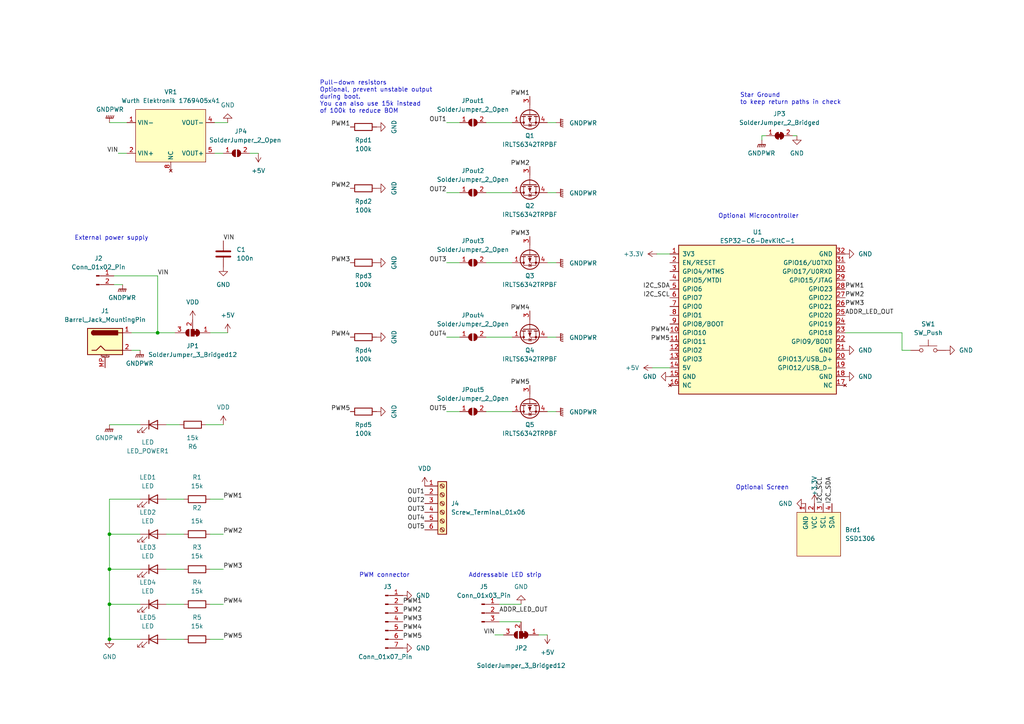
<source format=kicad_sch>
(kicad_sch (version 20230121) (generator eeschema)
  (paper "A4")
  (lib_symbols
    (symbol "Connector:Barrel_Jack_MountingPin" (pin_names hide)
      (property "Reference" "J" (at 0 5.334 0))
      (property "Value" "Barrel_Jack_MountingPin" (at 1.27 -6.35 0))
      (symbol "Barrel_Jack_MountingPin_0_1"
        (rectangle (start -5.08 3.81) (end 5.08 -3.81) (stroke (width 0.254)) (fill (type background)))
        (arc (start -3.302 3.175) (mid -3.9343 2.54) (end -3.302 1.905) (stroke (width 0.254)))
        (arc (start -3.302 3.175) (mid -3.9343 2.54) (end -3.302 1.905) (stroke (width 0.254)) (fill (type outline)))
        (polyline (pts (xy 5.08 2.54) (xy 3.81 2.54)) (stroke (width 0.254)))
        (polyline (pts (xy -3.81 -2.54) (xy -2.54 -2.54) (xy -1.27 -1.27) (xy 0 -2.54) (xy 2.54 -2.54) (xy 5.08 -2.54)) (stroke (width 0.254)))
        (rectangle (start 3.683 3.175) (end -3.302 1.905) (stroke (width 0.254)) (fill (type outline)))
      )
      (symbol "Barrel_Jack_MountingPin_1_1"
        (polyline (pts (xy -1.016 -4.572) (xy 1.016 -4.572)) (stroke (width 0.1524)))
        (text "Mounting" (at 0 -4.191 0) (effects (font (size 0.381 0.381))))
        (pin passive line (at 7.62 2.54 180) (length 2.54) (name "~") (number "1"))
        (pin passive line (at 7.62 -2.54 180) (length 2.54) (name "~") (number "2"))
        (pin passive line (at 0 -7.62 90) (length 3.048) (name "MountPin") (number "MP"))
      )
    )
    (symbol "Connector:Conn_01x02_Pin" (pin_names (offset 1.016) hide)
      (property "Reference" "J" (at 0 2.54 0))
      (property "Value" "Conn_01x02_Pin" (at 0 -5.08 0))
      (symbol "Conn_01x02_Pin_1_1"
        (polyline (pts (xy 1.27 -2.54) (xy 0.8636 -2.54)) (stroke (width 0.1524)))
        (polyline (pts (xy 1.27 0) (xy 0.8636 0)) (stroke (width 0.1524)))
        (rectangle (start 0.8636 -2.413) (end 0 -2.667) (stroke (width 0.1524)) (fill (type outline)))
        (rectangle (start 0.8636 0.127) (end 0 -0.127) (stroke (width 0.1524)) (fill (type outline)))
        (pin passive line (at 5.08 0 180) (length 3.81) (name "Pin_1") (number "1"))
        (pin passive line (at 5.08 -2.54 180) (length 3.81) (name "Pin_2") (number "2"))
      )
    )
    (symbol "Connector:Conn_01x03_Pin" (pin_names (offset 1.016) hide)
      (property "Reference" "J" (at 0 5.08 0))
      (property "Value" "Conn_01x03_Pin" (at 0 -5.08 0))
      (symbol "Conn_01x03_Pin_1_1"
        (polyline (pts (xy 1.27 -2.54) (xy 0.8636 -2.54)) (stroke (width 0.1524)))
        (polyline (pts (xy 1.27 0) (xy 0.8636 0)) (stroke (width 0.1524)))
        (polyline (pts (xy 1.27 2.54) (xy 0.8636 2.54)) (stroke (width 0.1524)))
        (rectangle (start 0.8636 -2.413) (end 0 -2.667) (stroke (width 0.1524)) (fill (type outline)))
        (rectangle (start 0.8636 0.127) (end 0 -0.127) (stroke (width 0.1524)) (fill (type outline)))
        (rectangle (start 0.8636 2.667) (end 0 2.413) (stroke (width 0.1524)) (fill (type outline)))
        (pin passive line (at 5.08 2.54 180) (length 3.81) (name "Pin_1") (number "1"))
        (pin passive line (at 5.08 0 180) (length 3.81) (name "Pin_2") (number "2"))
        (pin passive line (at 5.08 -2.54 180) (length 3.81) (name "Pin_3") (number "3"))
      )
    )
    (symbol "Connector:Conn_01x07_Pin" (pin_names (offset 1.016) hide)
      (property "Reference" "J" (at 0 10.16 0))
      (property "Value" "Conn_01x07_Pin" (at 0 -10.16 0))
      (symbol "Conn_01x07_Pin_1_1"
        (polyline (pts (xy 1.27 -7.62) (xy 0.8636 -7.62)) (stroke (width 0.1524)))
        (polyline (pts (xy 1.27 -5.08) (xy 0.8636 -5.08)) (stroke (width 0.1524)))
        (polyline (pts (xy 1.27 -2.54) (xy 0.8636 -2.54)) (stroke (width 0.1524)))
        (polyline (pts (xy 1.27 0) (xy 0.8636 0)) (stroke (width 0.1524)))
        (polyline (pts (xy 1.27 2.54) (xy 0.8636 2.54)) (stroke (width 0.1524)))
        (polyline (pts (xy 1.27 5.08) (xy 0.8636 5.08)) (stroke (width 0.1524)))
        (polyline (pts (xy 1.27 7.62) (xy 0.8636 7.62)) (stroke (width 0.1524)))
        (rectangle (start 0.8636 -7.493) (end 0 -7.747) (stroke (width 0.1524)) (fill (type outline)))
        (rectangle (start 0.8636 -4.953) (end 0 -5.207) (stroke (width 0.1524)) (fill (type outline)))
        (rectangle (start 0.8636 -2.413) (end 0 -2.667) (stroke (width 0.1524)) (fill (type outline)))
        (rectangle (start 0.8636 0.127) (end 0 -0.127) (stroke (width 0.1524)) (fill (type outline)))
        (rectangle (start 0.8636 2.667) (end 0 2.413) (stroke (width 0.1524)) (fill (type outline)))
        (rectangle (start 0.8636 5.207) (end 0 4.953) (stroke (width 0.1524)) (fill (type outline)))
        (rectangle (start 0.8636 7.747) (end 0 7.493) (stroke (width 0.1524)) (fill (type outline)))
        (pin passive line (at 5.08 7.62 180) (length 3.81) (name "Pin_1") (number "1"))
        (pin passive line (at 5.08 5.08 180) (length 3.81) (name "Pin_2") (number "2"))
        (pin passive line (at 5.08 2.54 180) (length 3.81) (name "Pin_3") (number "3"))
        (pin passive line (at 5.08 0 180) (length 3.81) (name "Pin_4") (number "4"))
        (pin passive line (at 5.08 -2.54 180) (length 3.81) (name "Pin_5") (number "5"))
        (pin passive line (at 5.08 -5.08 180) (length 3.81) (name "Pin_6") (number "6"))
        (pin passive line (at 5.08 -7.62 180) (length 3.81) (name "Pin_7") (number "7"))
      )
    )
    (symbol "Connector:Screw_Terminal_01x06" (pin_names (offset 1.016) hide)
      (property "Reference" "J" (at 0 7.62 0))
      (property "Value" "Screw_Terminal_01x06" (at 0 -10.16 0))
      (symbol "Screw_Terminal_01x06_1_1"
        (rectangle (start -1.27 6.35) (end 1.27 -8.89) (stroke (width 0.254)) (fill (type background)))
        (circle (center 0 -7.62) (radius 0.635) (stroke (width 0.1524)))
        (circle (center 0 -5.08) (radius 0.635) (stroke (width 0.1524)))
        (circle (center 0 -2.54) (radius 0.635) (stroke (width 0.1524)))
        (polyline (pts (xy -0.5334 -7.2898) (xy 0.3302 -8.128)) (stroke (width 0.1524)))
        (polyline (pts (xy -0.5334 -4.7498) (xy 0.3302 -5.588)) (stroke (width 0.1524)))
        (polyline (pts (xy -0.5334 -2.2098) (xy 0.3302 -3.048)) (stroke (width 0.1524)))
        (polyline (pts (xy -0.5334 0.3302) (xy 0.3302 -0.508)) (stroke (width 0.1524)))
        (polyline (pts (xy -0.5334 2.8702) (xy 0.3302 2.032)) (stroke (width 0.1524)))
        (polyline (pts (xy -0.5334 5.4102) (xy 0.3302 4.572)) (stroke (width 0.1524)))
        (polyline (pts (xy -0.3556 -7.112) (xy 0.508 -7.9502)) (stroke (width 0.1524)))
        (polyline (pts (xy -0.3556 -4.572) (xy 0.508 -5.4102)) (stroke (width 0.1524)))
        (polyline (pts (xy -0.3556 -2.032) (xy 0.508 -2.8702)) (stroke (width 0.1524)))
        (polyline (pts (xy -0.3556 0.508) (xy 0.508 -0.3302)) (stroke (width 0.1524)))
        (polyline (pts (xy -0.3556 3.048) (xy 0.508 2.2098)) (stroke (width 0.1524)))
        (polyline (pts (xy -0.3556 5.588) (xy 0.508 4.7498)) (stroke (width 0.1524)))
        (circle (center 0 0) (radius 0.635) (stroke (width 0.1524)))
        (circle (center 0 2.54) (radius 0.635) (stroke (width 0.1524)))
        (circle (center 0 5.08) (radius 0.635) (stroke (width 0.1524)))
        (pin passive line (at -5.08 5.08 0) (length 3.81) (name "Pin_1") (number "1"))
        (pin passive line (at -5.08 2.54 0) (length 3.81) (name "Pin_2") (number "2"))
        (pin passive line (at -5.08 0 0) (length 3.81) (name "Pin_3") (number "3"))
        (pin passive line (at -5.08 -2.54 0) (length 3.81) (name "Pin_4") (number "4"))
        (pin passive line (at -5.08 -5.08 0) (length 3.81) (name "Pin_5") (number "5"))
        (pin passive line (at -5.08 -7.62 0) (length 3.81) (name "Pin_6") (number "6"))
      )
    )
    (symbol "Device:C" (pin_numbers hide) (pin_names (offset 0.254))
      (property "Reference" "C" (at 0.635 2.54 0))
      (property "Value" "C" (at 0.635 -2.54 0))
      (symbol "C_0_1"
        (polyline (pts (xy -2.032 -0.762) (xy 2.032 -0.762)) (stroke (width 0.508)))
        (polyline (pts (xy -2.032 0.762) (xy 2.032 0.762)) (stroke (width 0.508)))
      )
      (symbol "C_1_1"
        (pin passive line (at 0 3.81 270) (length 2.794) (name "~") (number "1"))
        (pin passive line (at 0 -3.81 90) (length 2.794) (name "~") (number "2"))
      )
    )
    (symbol "Device:LED" (pin_numbers hide) (pin_names (offset 1.016) hide)
      (property "Reference" "D" (at 0 2.54 0))
      (property "Value" "LED" (at 0 -2.54 0))
      (symbol "LED_0_1"
        (polyline (pts (xy -1.27 -1.27) (xy -1.27 1.27)) (stroke (width 0.254)))
        (polyline (pts (xy -1.27 0) (xy 1.27 0)))
        (polyline (pts (xy 1.27 -1.27) (xy 1.27 1.27) (xy -1.27 0) (xy 1.27 -1.27)) (stroke (width 0.254)))
        (polyline (pts (xy -3.048 -0.762) (xy -4.572 -2.286) (xy -3.81 -2.286) (xy -4.572 -2.286) (xy -4.572 -1.524)))
        (polyline (pts (xy -1.778 -0.762) (xy -3.302 -2.286) (xy -2.54 -2.286) (xy -3.302 -2.286) (xy -3.302 -1.524)))
      )
      (symbol "LED_1_1"
        (pin passive line (at -3.81 0 0) (length 2.54) (name "K") (number "1"))
        (pin passive line (at 3.81 0 180) (length 2.54) (name "A") (number "2"))
      )
    )
    (symbol "Device:R" (pin_numbers hide) (pin_names (offset 0))
      (property "Reference" "R" (at 2.032 0 90))
      (property "Value" "R" (at 0 0 90))
      (symbol "R_0_1"
        (rectangle (start -1.016 -2.54) (end 1.016 2.54) (stroke (width 0.254)))
      )
      (symbol "R_1_1"
        (pin passive line (at 0 3.81 270) (length 1.27) (name "~") (number "1"))
        (pin passive line (at 0 -3.81 90) (length 1.27) (name "~") (number "2"))
      )
    )
    (symbol "Espressif:ESP32-C6-DevKitC-1" (pin_names (offset 1.016))
      (property "Reference" "U" (at -22.86 25.4 0))
      (property "Value" "ESP32-C6-DevKitC-1" (at -22.86 22.86 0))
      (symbol "ESP32-C6-DevKitC-1_0_1"
        (rectangle (start -22.86 20.32) (end 22.86 -22.86) (stroke (width 0.254)) (fill (type background)))
      )
      (symbol "ESP32-C6-DevKitC-1_1_0"
        (pin power_in line (at -25.4 -15.24 0) (length 2.54) (name "5V") (number "14"))
        (pin input line (at -25.4 15.24 0) (length 2.54) (name "EN/RESET") (number "2"))
      )
      (symbol "ESP32-C6-DevKitC-1_1_1"
        (pin power_in line (at -25.4 17.78 0) (length 2.54) (name "3V3") (number "1"))
        (pin bidirectional line (at -25.4 -5.08 0) (length 2.54) (name "GPIO10") (number "10"))
        (pin bidirectional line (at -25.4 -7.62 0) (length 2.54) (name "GPIO11") (number "11"))
        (pin bidirectional line (at -25.4 -10.16 0) (length 2.54) (name "GPIO2") (number "12"))
        (pin bidirectional line (at -25.4 -12.7 0) (length 2.54) (name "GPIO3") (number "13"))
        (pin power_in line (at -25.4 -17.78 0) (length 2.54) (name "GND") (number "15"))
        (pin no_connect line (at -25.4 -20.32 0) (length 2.54) (name "NC") (number "16"))
        (pin no_connect line (at 25.4 -20.32 180) (length 2.54) (name "NC") (number "17"))
        (pin power_in line (at 25.4 -17.78 180) (length 2.54) (name "GND") (number "18"))
        (pin bidirectional line (at 25.4 -15.24 180) (length 2.54) (name "GPIO12/USB_D-") (number "19"))
        (pin bidirectional line (at 25.4 -12.7 180) (length 2.54) (name "GPIO13/USB_D+") (number "20"))
        (pin power_in line (at 25.4 -10.16 180) (length 2.54) (name "GND") (number "21"))
        (pin bidirectional line (at 25.4 -7.62 180) (length 2.54) (name "GPIO9/BOOT") (number "22"))
        (pin bidirectional line (at 25.4 -5.08 180) (length 2.54) (name "GPIO18") (number "23"))
        (pin bidirectional line (at 25.4 -2.54 180) (length 2.54) (name "GPIO19") (number "24"))
        (pin bidirectional line (at 25.4 0 180) (length 2.54) (name "GPIO20") (number "25"))
        (pin bidirectional line (at 25.4 2.54 180) (length 2.54) (name "GPIO21") (number "26"))
        (pin bidirectional line (at 25.4 5.08 180) (length 2.54) (name "GPIO22") (number "27"))
        (pin bidirectional line (at 25.4 7.62 180) (length 2.54) (name "GPIO23") (number "28"))
        (pin bidirectional line (at 25.4 10.16 180) (length 2.54) (name "GPIO15/JTAG") (number "29"))
        (pin bidirectional line (at -25.4 12.7 0) (length 2.54) (name "GPIO4/MTMS") (number "3"))
        (pin bidirectional line (at 25.4 12.7 180) (length 2.54) (name "GPIO17/U0RXD") (number "30"))
        (pin bidirectional line (at 25.4 15.24 180) (length 2.54) (name "GPIO16/U0TXD") (number "31"))
        (pin power_in line (at 25.4 17.78 180) (length 2.54) (name "GND") (number "32"))
        (pin bidirectional line (at -25.4 10.16 0) (length 2.54) (name "GPIO5/MTDI") (number "4"))
        (pin bidirectional line (at -25.4 7.62 0) (length 2.54) (name "GPIO6") (number "5"))
        (pin bidirectional line (at -25.4 5.08 0) (length 2.54) (name "GPIO7") (number "6"))
        (pin bidirectional line (at -25.4 2.54 0) (length 2.54) (name "GPIO0") (number "7"))
        (pin bidirectional line (at -25.4 0 0) (length 2.54) (name "GPIO1") (number "8"))
        (pin bidirectional line (at -25.4 -2.54 0) (length 2.54) (name "GPIO8/BOOT") (number "9"))
      )
    )
    (symbol "Jumper:SolderJumper_2_Bridged" (pin_names (offset 0) hide)
      (property "Reference" "JP" (at 0 2.032 0))
      (property "Value" "SolderJumper_2_Bridged" (at 0 -2.54 0))
      (symbol "SolderJumper_2_Bridged_0_1"
        (rectangle (start -0.508 0.508) (end 0.508 -0.508) (fill (type outline)))
        (arc (start -0.254 1.016) (mid -1.2656 0) (end -0.254 -1.016))
        (arc (start -0.254 1.016) (mid -1.2656 0) (end -0.254 -1.016) (fill (type outline)))
        (polyline (pts (xy -0.254 1.016) (xy -0.254 -1.016)))
        (polyline (pts (xy 0.254 1.016) (xy 0.254 -1.016)))
        (arc (start 0.254 -1.016) (mid 1.2656 0) (end 0.254 1.016))
        (arc (start 0.254 -1.016) (mid 1.2656 0) (end 0.254 1.016) (fill (type outline)))
      )
      (symbol "SolderJumper_2_Bridged_1_1"
        (pin passive line (at -3.81 0 0) (length 2.54) (name "A") (number "1"))
        (pin passive line (at 3.81 0 180) (length 2.54) (name "B") (number "2"))
      )
    )
    (symbol "Jumper:SolderJumper_2_Open" (pin_names (offset 0) hide)
      (property "Reference" "JP" (at 0 2.032 0))
      (property "Value" "SolderJumper_2_Open" (at 0 -2.54 0))
      (symbol "SolderJumper_2_Open_0_1"
        (arc (start -0.254 1.016) (mid -1.2656 0) (end -0.254 -1.016))
        (arc (start -0.254 1.016) (mid -1.2656 0) (end -0.254 -1.016) (fill (type outline)))
        (polyline (pts (xy -0.254 1.016) (xy -0.254 -1.016)))
        (polyline (pts (xy 0.254 1.016) (xy 0.254 -1.016)))
        (arc (start 0.254 -1.016) (mid 1.2656 0) (end 0.254 1.016))
        (arc (start 0.254 -1.016) (mid 1.2656 0) (end 0.254 1.016) (fill (type outline)))
      )
      (symbol "SolderJumper_2_Open_1_1"
        (pin passive line (at -3.81 0 0) (length 2.54) (name "A") (number "1"))
        (pin passive line (at 3.81 0 180) (length 2.54) (name "B") (number "2"))
      )
    )
    (symbol "Jumper:SolderJumper_3_Bridged12" (pin_names (offset 0) hide)
      (property "Reference" "JP" (at -2.54 -2.54 0))
      (property "Value" "SolderJumper_3_Bridged12" (at 0 2.794 0))
      (symbol "SolderJumper_3_Bridged12_0_1"
        (rectangle (start -1.016 0.508) (end -0.508 -0.508) (fill (type outline)))
        (arc (start -1.016 1.016) (mid -2.0276 0) (end -1.016 -1.016))
        (arc (start -1.016 1.016) (mid -2.0276 0) (end -1.016 -1.016) (fill (type outline)))
        (rectangle (start -0.508 1.016) (end 0.508 -1.016) (fill (type outline)))
        (polyline (pts (xy -2.54 0) (xy -2.032 0)))
        (polyline (pts (xy -1.016 1.016) (xy -1.016 -1.016)))
        (polyline (pts (xy 0 -1.27) (xy 0 -1.016)))
        (polyline (pts (xy 1.016 1.016) (xy 1.016 -1.016)))
        (polyline (pts (xy 2.54 0) (xy 2.032 0)))
        (arc (start 1.016 -1.016) (mid 2.0276 0) (end 1.016 1.016))
        (arc (start 1.016 -1.016) (mid 2.0276 0) (end 1.016 1.016) (fill (type outline)))
      )
      (symbol "SolderJumper_3_Bridged12_1_1"
        (pin passive line (at -5.08 0 0) (length 2.54) (name "A") (number "1"))
        (pin passive line (at 0 -3.81 90) (length 2.54) (name "C") (number "2"))
        (pin passive line (at 5.08 0 180) (length 2.54) (name "B") (number "3"))
      )
    )
    (symbol "SSD1306-128x64_OLED:SSD1306" (pin_names (offset 1.016))
      (property "Reference" "Brd" (at 0 -3.81 0))
      (property "Value" "SSD1306" (at 0 -1.27 0))
      (symbol "SSD1306_0_1"
        (rectangle (start -6.35 6.35) (end 6.35 -6.35) (fill (type background)))
      )
      (symbol "SSD1306_1_1"
        (pin input line (at -3.81 8.89 270) (length 2.54) (name "GND") (number "1"))
        (pin input line (at -1.27 8.89 270) (length 2.54) (name "VCC") (number "2"))
        (pin input line (at 1.27 8.89 270) (length 2.54) (name "SCL") (number "3"))
        (pin input line (at 3.81 8.89 270) (length 2.54) (name "SDA") (number "4"))
      )
    )
    (symbol "Switch:SW_Push" (pin_numbers hide) (pin_names (offset 1.016) hide)
      (property "Reference" "SW" (at 1.27 2.54 0))
      (property "Value" "SW_Push" (at 0 -1.524 0))
      (symbol "SW_Push_0_1"
        (circle (center -2.032 0) (radius 0.508))
        (polyline (pts (xy 0 1.27) (xy 0 3.048)))
        (polyline (pts (xy 2.54 1.27) (xy -2.54 1.27)))
        (circle (center 2.032 0) (radius 0.508))
        (pin passive line (at -5.08 0 0) (length 2.54) (name "1") (number "1"))
        (pin passive line (at 5.08 0 180) (length 2.54) (name "2") (number "2"))
      )
    )
    (symbol "controller_library:IRLTS6342TRPBF" (pin_names hide)
      (property "Reference" "Q" (at 5.08 1.905 0))
      (property "Value" "IRLTS6342TRPBF" (at 5.08 0 0))
      (symbol "IRLTS6342TRPBF_0_1"
        (polyline (pts (xy 0.254 0) (xy -2.54 0)))
        (polyline (pts (xy 0.254 1.905) (xy 0.254 -1.905)) (stroke (width 0.254)))
        (polyline (pts (xy 0.762 -1.27) (xy 0.762 -2.286)) (stroke (width 0.254)))
        (polyline (pts (xy 0.762 0.508) (xy 0.762 -0.508)) (stroke (width 0.254)))
        (polyline (pts (xy 0.762 2.286) (xy 0.762 1.27)) (stroke (width 0.254)))
        (polyline (pts (xy 2.54 2.54) (xy 2.54 1.778)))
        (polyline (pts (xy 2.54 -2.54) (xy 2.54 0) (xy 0.762 0)))
        (polyline (pts (xy 0.762 1.778) (xy 3.302 1.778) (xy 3.302 -1.778) (xy 0.762 -1.778)))
        (polyline (pts (xy 2.286 0) (xy 1.27 0.381) (xy 1.27 -0.381) (xy 2.286 0)) (fill (type outline)))
        (polyline (pts (xy 2.794 -0.508) (xy 2.921 -0.381) (xy 3.683 -0.381) (xy 3.81 -0.254)))
        (polyline (pts (xy 3.302 -0.381) (xy 2.921 0.254) (xy 3.683 0.254) (xy 3.302 -0.381)))
        (circle (center 1.651 0) (radius 2.794) (stroke (width 0.254)))
        (circle (center 2.54 -1.778) (radius 0.254) (fill (type outline)))
        (circle (center 2.54 1.778) (radius 0.254) (fill (type outline)))
      )
      (symbol "IRLTS6342TRPBF_1_1"
        (pin passive line (at 2.54 5.08 270) (length 2.54) (name "D") (number "1"))
        (pin passive line (at 2.54 5.08 270) (length 2.54) hide (name "D") (number "2"))
        (pin input line (at -5.08 0 0) (length 2.54) (name "G") (number "3"))
        (pin passive line (at 2.54 -5.08 90) (length 2.54) (name "S") (number "4"))
        (pin passive line (at 2.54 5.08 270) (length 2.54) hide (name "D") (number "5"))
        (pin passive line (at 2.54 5.08 270) (length 2.54) hide (name "D") (number "6"))
      )
    )
    (symbol "controller_library:Wurth_Elektronik_1769405241"
      (property "Reference" "VR" (at 0 11.43 0))
      (property "Value" "Wurth Elektronik 1769405x41" (at 0 8.89 0))
      (symbol "Wurth_Elektronik_1769405241_1_0"
        (pin power_in line (at -12.7 3.81 0) (length 2.54) (name "VIN-") (number "1"))
        (pin power_in line (at -12.7 -5.08 0) (length 2.54) (name "VIN+") (number "2"))
        (pin power_out line (at 12.7 3.81 180) (length 2.54) (name "VOUT-") (number "4"))
        (pin power_out line (at 12.7 -5.08 180) (length 2.54) (name "VOUT+") (number "5"))
        (pin no_connect line (at 0 -10.16 90) (length 2.54) (name "NC") (number "8"))
      )
      (symbol "Wurth_Elektronik_1769405241_1_1"
        (rectangle (start -10.16 7.62) (end 10.16 -7.62) (fill (type background)))
      )
    )
    (symbol "power:+3.3V" (power) (pin_names (offset 0))
      (property "Value" "+3.3V" (at 0 3.556 0))
      (symbol "+3.3V_0_1"
        (polyline (pts (xy -0.762 1.27) (xy 0 2.54)))
        (polyline (pts (xy 0 0) (xy 0 2.54)))
        (polyline (pts (xy 0 2.54) (xy 0.762 1.27)))
      )
      (symbol "+3.3V_1_1"
        (pin power_in line (at 0 0 90) (length 0) hide (name "+3.3V") (number "1"))
      )
    )
    (symbol "power:+5V" (power) (pin_names (offset 0))
      (property "Value" "+5V" (at 0 3.556 0))
      (symbol "+5V_0_1"
        (polyline (pts (xy -0.762 1.27) (xy 0 2.54)))
        (polyline (pts (xy 0 0) (xy 0 2.54)))
        (polyline (pts (xy 0 2.54) (xy 0.762 1.27)))
      )
      (symbol "+5V_1_1"
        (pin power_in line (at 0 0 90) (length 0) hide (name "+5V") (number "1"))
      )
    )
    (symbol "power:GND" (power) (pin_names (offset 0))
      (property "Value" "GND" (at 0 -3.81 0))
      (symbol "GND_0_1"
        (polyline (pts (xy 0 0) (xy 0 -1.27) (xy 1.27 -1.27) (xy 0 -2.54) (xy -1.27 -1.27) (xy 0 -1.27)))
      )
      (symbol "GND_1_1"
        (pin power_in line (at 0 0 270) (length 0) hide (name "GND") (number "1"))
      )
    )
    (symbol "power:GNDPWR" (power) (pin_names (offset 0))
      (property "Value" "GNDPWR" (at 0 -3.302 0))
      (symbol "GNDPWR_0_1"
        (polyline (pts (xy 0 -1.27) (xy 0 0)))
        (polyline (pts (xy -1.016 -1.27) (xy -1.27 -2.032) (xy -1.27 -2.032)) (stroke (width 0.2032)))
        (polyline (pts (xy -0.508 -1.27) (xy -0.762 -2.032) (xy -0.762 -2.032)) (stroke (width 0.2032)))
        (polyline (pts (xy 0 -1.27) (xy -0.254 -2.032) (xy -0.254 -2.032)) (stroke (width 0.2032)))
        (polyline (pts (xy 0.508 -1.27) (xy 0.254 -2.032) (xy 0.254 -2.032)) (stroke (width 0.2032)))
        (polyline (pts (xy 1.016 -1.27) (xy -1.016 -1.27) (xy -1.016 -1.27)) (stroke (width 0.2032)))
        (polyline (pts (xy 1.016 -1.27) (xy 0.762 -2.032) (xy 0.762 -2.032) (xy 0.762 -2.032)) (stroke (width 0.2032)))
      )
      (symbol "GNDPWR_1_1"
        (pin power_in line (at 0 0 270) (length 0) hide (name "GNDPWR") (number "1"))
      )
    )
    (symbol "power:VDD" (power) (pin_names (offset 0))
      (property "Value" "VDD" (at 0 3.81 0))
      (symbol "VDD_0_1"
        (polyline (pts (xy -0.762 1.27) (xy 0 2.54)))
        (polyline (pts (xy 0 0) (xy 0 2.54)))
        (polyline (pts (xy 0 2.54) (xy 0.762 1.27)))
      )
      (symbol "VDD_1_1"
        (pin power_in line (at 0 0 90) (length 0) hide (name "VDD") (number "1"))
      )
    )
  )
  (junction (at 31.75 175.26))
  (junction (at 31.75 154.94))
  (junction (at 45.72 96.52))
  (junction (at 31.75 185.42))
  (junction (at 31.75 165.1))
  (wire (pts (xy 33.02 82.55) (xy 35.56 82.55)))
  (wire (pts (xy 40.64 123.19) (xy 31.75 123.19)))
  (wire (pts (xy 140.97 97.79) (xy 148.59 97.79)))
  (wire (pts (xy 140.97 55.88) (xy 148.59 55.88)))
  (wire (pts (xy 40.64 165.1) (xy 31.75 165.1)))
  (wire (pts (xy 220.98 40.64) (xy 220.98 39.37)))
  (wire (pts (xy 161.29 97.79) (xy 158.75 97.79)))
  (wire (pts (xy 62.23 44.45) (xy 64.77 44.45)))
  (wire (pts (xy 129.54 119.38) (xy 133.35 119.38)))
  (wire (pts (xy 161.29 119.38) (xy 158.75 119.38)))
  (wire (pts (xy 48.26 165.1) (xy 53.34 165.1)))
  (wire (pts (xy 261.62 96.52) (xy 245.11 96.52)))
  (wire (pts (xy 31.75 175.26) (xy 31.75 185.42)))
  (wire (pts (xy 143.51 184.15) (xy 146.05 184.15)))
  (wire (pts (xy 60.96 144.78) (xy 64.77 144.78)))
  (wire (pts (xy 31.75 185.42) (xy 40.64 185.42)))
  (wire (pts (xy 62.23 35.56) (xy 66.04 35.56)))
  (wire (pts (xy 31.75 165.1) (xy 31.75 175.26)))
  (wire (pts (xy 48.26 154.94) (xy 53.34 154.94)))
  (wire (pts (xy 31.75 35.56) (xy 36.83 35.56)))
  (wire (pts (xy 129.54 76.2) (xy 133.35 76.2)))
  (wire (pts (xy 261.62 101.6) (xy 261.62 96.52)))
  (wire (pts (xy 60.96 165.1) (xy 64.77 165.1)))
  (wire (pts (xy 40.64 154.94) (xy 31.75 154.94)))
  (wire (pts (xy 72.39 44.45) (xy 74.93 44.45)))
  (wire (pts (xy 48.26 144.78) (xy 53.34 144.78)))
  (wire (pts (xy 40.64 144.78) (xy 31.75 144.78)))
  (wire (pts (xy 129.54 55.88) (xy 133.35 55.88)))
  (wire (pts (xy 156.21 184.15) (xy 158.75 184.15)))
  (wire (pts (xy 140.97 76.2) (xy 148.59 76.2)))
  (wire (pts (xy 151.13 175.26) (xy 144.78 175.26)))
  (wire (pts (xy 231.14 39.37) (xy 229.87 39.37)))
  (wire (pts (xy 144.78 180.34) (xy 151.13 180.34)))
  (wire (pts (xy 48.26 175.26) (xy 53.34 175.26)))
  (wire (pts (xy 161.29 55.88) (xy 158.75 55.88)))
  (wire (pts (xy 60.96 154.94) (xy 64.77 154.94)))
  (wire (pts (xy 33.02 80.01) (xy 45.72 80.01)))
  (wire (pts (xy 189.23 106.68) (xy 194.31 106.68)))
  (wire (pts (xy 48.26 185.42) (xy 53.34 185.42)))
  (wire (pts (xy 38.1 96.52) (xy 45.72 96.52)))
  (wire (pts (xy 220.98 39.37) (xy 222.25 39.37)))
  (wire (pts (xy 129.54 97.79) (xy 133.35 97.79)))
  (wire (pts (xy 45.72 80.01) (xy 45.72 96.52)))
  (wire (pts (xy 190.5 73.66) (xy 194.31 73.66)))
  (wire (pts (xy 60.96 185.42) (xy 64.77 185.42)))
  (wire (pts (xy 161.29 35.56) (xy 158.75 35.56)))
  (wire (pts (xy 31.75 144.78) (xy 31.75 154.94)))
  (wire (pts (xy 264.16 101.6) (xy 261.62 101.6)))
  (wire (pts (xy 38.1 101.6) (xy 40.64 101.6)))
  (wire (pts (xy 34.29 44.45) (xy 36.83 44.45)))
  (wire (pts (xy 60.96 96.52) (xy 66.04 96.52)))
  (wire (pts (xy 52.07 123.19) (xy 48.26 123.19)))
  (wire (pts (xy 140.97 35.56) (xy 148.59 35.56)))
  (wire (pts (xy 161.29 76.2) (xy 158.75 76.2)))
  (wire (pts (xy 45.72 96.52) (xy 50.8 96.52)))
  (wire (pts (xy 31.75 154.94) (xy 31.75 165.1)))
  (wire (pts (xy 40.64 175.26) (xy 31.75 175.26)))
  (wire (pts (xy 140.97 119.38) (xy 148.59 119.38)))
  (wire (pts (xy 64.77 123.19) (xy 59.69 123.19)))
  (wire (pts (xy 129.54 35.56) (xy 133.35 35.56)))
  (wire (pts (xy 60.96 175.26) (xy 64.77 175.26)))
  (text "External power supply\n" (at 21.59 69.85 0) (effects (font (size 1.27 1.27)) (justify left bottom)))
  (text "Star Ground\nto keep return paths in check" (at 214.63 30.48 0) (effects (font (size 1.27 1.27)) (justify left bottom)))
  (text "Pull-down resistors\nOptional, prevent unstable output\nduring boot.\nYou can also use 15k instead\nof 100k to reduce BOM" (at 92.71 33.02 0) (effects (font (size 1.27 1.27)) (justify left bottom)))
  (text "Addressable LED strip" (at 135.89 167.64 0) (effects (font (size 1.27 1.27)) (justify left bottom)))
  (text "Optional Microcontroller" (at 208.28 63.5 0) (effects (font (size 1.27 1.27)) (justify left bottom)))
  (text "Optional Screen" (at 213.36 142.24 0) (effects (font (size 1.27 1.27)) (justify left bottom)))
  (text "PWM connector" (at 104.14 167.64 0) (effects (font (size 1.27 1.27)) (justify left bottom)))
  (label "PWM2" (at 245.11 86.36 0))
  (label "PWM5" (at 194.31 99.06 180))
  (label "I2C_SCL" (at 194.31 86.36 180))
  (label "PWM3" (at 116.84 180.34 0))
  (label "PWM1" (at 101.6 36.83 180))
  (label "ADDR_LED_OUT" (at 245.11 91.44 0))
  (label "OUT3" (at 129.54 76.2 180))
  (label "PWM1" (at 116.84 175.26 0))
  (label "PWM2" (at 116.84 177.8 0))
  (label "PWM4" (at 116.84 182.88 0))
  (label "PWM1" (at 245.11 83.82 0))
  (label "OUT5" (at 123.19 153.67 180))
  (label "OUT1" (at 129.54 35.56 180))
  (label "OUT4" (at 129.54 97.79 180))
  (label "PWM2" (at 101.6 54.61 180))
  (label "ADDR_LED_OUT" (at 144.78 177.8 0))
  (label "PWM5" (at 153.67 111.76 180))
  (label "PWM4" (at 194.31 96.52 180))
  (label "VIN" (at 64.77 69.85 0))
  (label "PWM1" (at 153.67 27.94 180))
  (label "I2C_SDA" (at 241.3 146.05 90))
  (label "PWM5" (at 116.84 185.42 0))
  (label "PWM4" (at 153.67 90.17 180))
  (label "OUT5" (at 129.54 119.38 180))
  (label "PWM5" (at 101.6 119.38 180))
  (label "VIN" (at 45.72 80.01 0))
  (label "PWM3" (at 153.67 68.58 180))
  (label "PWM3" (at 64.77 165.1 0))
  (label "PWM3" (at 101.6 76.2 180))
  (label "PWM3" (at 245.11 88.9 0))
  (label "OUT2" (at 123.19 146.05 180))
  (label "VIN" (at 34.29 44.45 180))
  (label "VIN" (at 143.51 184.15 180))
  (label "PWM4" (at 64.77 175.26 0))
  (label "OUT2" (at 129.54 55.88 180))
  (label "PWM2" (at 64.77 154.94 0))
  (label "PWM1" (at 64.77 144.78 0))
  (label "PWM2" (at 153.67 48.26 180))
  (label "OUT3" (at 123.19 148.59 180))
  (label "I2C_SCL" (at 238.76 146.05 90))
  (label "OUT4" (at 123.19 151.13 180))
  (label "PWM4" (at 101.6 97.79 180))
  (label "OUT1" (at 123.19 143.51 180))
  (label "PWM5" (at 64.77 185.42 0))
  (label "I2C_SDA" (at 194.31 83.82 180))
  (symbol (lib_id "Device:R") (at 105.41 97.79 270) (unit 1)
    (property "Reference" "Rpd4" (at 105.41 101.6 90))
    (property "Value" "100k" (at 105.41 104.14 90))
    (property "Footprint" "Resistor_SMD:R_0603_1608Metric_Pad0.98x0.95mm_HandSolder" (effects hide))
  )
  (symbol (lib_id "Jumper:SolderJumper_2_Open") (at 137.16 119.38 0) (unit 1)
    (property "Reference" "JPout5" (at 137.16 113.03 0))
    (property "Value" "SolderJumper_2_Open" (at 137.16 115.57 0))
    (property "Footprint" "Jumper:SolderJumper-2_P1.3mm_Open_TrianglePad1.0x1.5mm" (effects hide))
  )
  (symbol (lib_id "power:GND") (at 151.13 175.26 180) (unit 1)
    (property "Reference" "#PWR024" (effects hide))
    (property "Value" "GND" (at 151.13 170.18 0))
  )
  (symbol (lib_id "Switch:SW_Push") (at 269.24 101.6 0) (unit 1)
    (property "Reference" "SW1" (at 269.24 93.98 0))
    (property "Value" "SW_Push" (at 269.24 96.52 0))
    (property "Footprint" "controller_library:SWITCH-4" (effects hide))
  )
  (symbol (lib_id "power:VDD") (at 55.88 92.71 0) (unit 1)
    (property "Reference" "#PWR03" (effects hide))
    (property "Value" "VDD" (at 55.88 87.63 0))
  )
  (symbol (lib_id "Jumper:SolderJumper_2_Open") (at 137.16 55.88 0) (unit 1)
    (property "Reference" "JPout2" (at 137.16 49.53 0))
    (property "Value" "SolderJumper_2_Open" (at 137.16 52.07 0))
    (property "Footprint" "Jumper:SolderJumper-2_P1.3mm_Open_TrianglePad1.0x1.5mm" (effects hide))
  )
  (symbol (lib_id "power:GND") (at 245.11 101.6 90) (unit 1)
    (property "Reference" "#PWR016" (effects hide))
    (property "Value" "GND" (at 248.92 101.6 90) (effects (justify right)))
  )
  (symbol (lib_id "Device:R") (at 105.41 119.38 270) (unit 1)
    (property "Reference" "Rpd5" (at 105.41 123.19 90))
    (property "Value" "100k" (at 105.41 125.73 90))
    (property "Footprint" "Resistor_SMD:R_0603_1608Metric_Pad0.98x0.95mm_HandSolder" (effects hide))
  )
  (symbol (lib_id "SSD1306-128x64_OLED:SSD1306") (at 237.49 154.94 0) (unit 1)
    (property "Reference" "Brd1" (at 245.11 153.67 0) (effects (justify left)))
    (property "Value" "SSD1306" (at 245.11 156.21 0) (effects (justify left)))
    (property "Footprint" "SSD1306:128x64OLED" (effects hide))
  )
  (symbol (lib_id "power:+3.3V") (at 236.22 146.05 0) (unit 1)
    (property "Reference" "#PWR012" (effects hide))
    (property "Value" "+3.3V" (at 236.22 140.97 90))
  )
  (symbol (lib_id "power:GND") (at 116.84 187.96 90) (unit 1)
    (property "Reference" "#PWR09" (effects hide))
    (property "Value" "GND" (at 120.65 187.96 90) (effects (justify right)))
  )
  (symbol (lib_id "Jumper:SolderJumper_2_Open") (at 137.16 97.79 0) (unit 1)
    (property "Reference" "JPout4" (at 137.16 91.44 0))
    (property "Value" "SolderJumper_2_Open" (at 137.16 93.98 0))
    (property "Footprint" "Jumper:SolderJumper-2_P1.3mm_Open_TrianglePad1.0x1.5mm" (effects hide))
  )
  (symbol (lib_id "Espressif:ESP32-C6-DevKitC-1") (at 219.71 91.44 0) (unit 1)
    (property "Reference" "U1" (at 219.71 67.31 0))
    (property "Value" "ESP32-C6-DevKitC-1" (at 219.71 69.85 0))
    (property "Footprint" "Espressif:ESP32-C6-DevKitC-1" (effects hide))
    (property "Datasheet" "https://docs.espressif.com/projects/espressif-esp-dev-kits/en/latest/esp32c6/esp32-c6-devkitc-1/user_guide.html" (effects hide))
  )
  (symbol (lib_id "power:GND") (at 109.22 36.83 90) (unit 1)
    (property "Reference" "#PWR029" (effects hide))
    (property "Value" "GND" (at 114.3 36.83 0))
  )
  (symbol (lib_id "Connector:Conn_01x03_Pin") (at 139.7 177.8 0) (unit 1)
    (property "Reference" "J5" (at 140.335 170.18 0))
    (property "Value" "Conn_01x03_Pin" (at 140.335 172.72 0))
    (property "Footprint" "Connector_Molex:Molex_SL_171971-0003_1x03_P2.54mm_Vertical" (effects hide))
  )
  (symbol (lib_id "power:GND") (at 245.11 73.66 90) (unit 1)
    (property "Reference" "#PWR017" (effects hide))
    (property "Value" "GND" (at 248.92 73.66 90) (effects (justify right)))
  )
  (symbol (lib_id "power:GND") (at 245.11 109.22 90) (unit 1)
    (property "Reference" "#PWR015" (effects hide))
    (property "Value" "GND" (at 248.92 109.22 90) (effects (justify right)))
  )
  (symbol (lib_id "power:GND") (at 116.84 172.72 90) (unit 1)
    (property "Reference" "#PWR010" (effects hide))
    (property "Value" "GND" (at 120.65 172.72 90) (effects (justify right)))
  )
  (symbol (lib_id "Connector:Conn_01x02_Pin") (at 27.94 80.01 0) (unit 1)
    (property "Reference" "J2" (at 28.575 74.93 0))
    (property "Value" "Conn_01x02_Pin" (at 28.575 77.47 0))
    (property "Footprint" "Connector_Molex:Molex_SL_171971-0002_1x02_P2.54mm_Vertical" (effects hide))
  )
  (symbol (lib_id "Connector:Conn_01x07_Pin") (at 111.76 180.34 0) (unit 1)
    (property "Reference" "J3" (at 112.395 170.18 0))
    (property "Value" "Conn_01x07_Pin" (at 111.76 190.5 0))
    (property "Footprint" "Connector_Molex:Molex_SL_171971-0007_1x07_P2.54mm_Vertical" (effects hide))
  )
  (symbol (lib_id "Device:LED") (at 44.45 154.94 0) (unit 1)
    (property "Reference" "LED2" (at 42.8625 148.59 0))
    (property "Value" "LED" (at 42.8625 151.13 0))
    (property "Footprint" "LED_SMD:LED_0805_2012Metric_Pad1.15x1.40mm_HandSolder" (effects hide))
  )
  (symbol (lib_id "Jumper:SolderJumper_3_Bridged12") (at 151.13 184.15 180) (unit 1)
    (property "Reference" "JP2" (at 151.13 187.96 0))
    (property "Value" "SolderJumper_3_Bridged12" (at 151.13 193.04 0))
    (property "Footprint" "Jumper:SolderJumper-3_P1.3mm_Open_RoundedPad1.0x1.5mm_NumberLabels" (effects hide))
  )
  (symbol (lib_id "Device:LED") (at 44.45 144.78 0) (unit 1)
    (property "Reference" "LED1" (at 42.8625 138.43 0))
    (property "Value" "LED" (at 42.8625 140.97 0))
    (property "Footprint" "LED_SMD:LED_0805_2012Metric_Pad1.15x1.40mm_HandSolder" (effects hide))
  )
  (symbol (lib_id "power:GND") (at 194.31 109.22 270) (unit 1)
    (property "Reference" "#PWR014" (effects hide))
    (property "Value" "GND" (at 190.5 109.22 90) (effects (justify right)))
  )
  (symbol (lib_id "Jumper:SolderJumper_2_Open") (at 137.16 76.2 0) (unit 1)
    (property "Reference" "JPout3" (at 137.16 69.85 0))
    (property "Value" "SolderJumper_2_Open" (at 137.16 72.39 0))
    (property "Footprint" "Jumper:SolderJumper-2_P1.3mm_Open_TrianglePad1.0x1.5mm" (effects hide))
  )
  (symbol (lib_id "controller_library:IRLTS6342TRPBF") (at 153.67 33.02 90) (mirror x) (unit 1)
    (property "Reference" "Q1" (at 153.67 39.37 90))
    (property "Value" "IRLTS6342TRPBF" (at 153.67 41.91 90))
    (property "Footprint" "Package_SO:TSOP-6_1.65x3.05mm_P0.95mm" (effects hide))
    (property "Datasheet" "https://www.infineon.com/dgdl/Infineon-IRLTS6342-DataSheet-v01_01-EN.pdf?fileId=5546d462533600a401535671f35a271a" (effects hide))
  )
  (symbol (lib_id "power:GND") (at 66.04 35.56 180) (unit 1)
    (property "Reference" "#PWR035" (effects hide))
    (property "Value" "GND" (at 66.04 30.48 0))
  )
  (symbol (lib_id "power:GNDPWR") (at 161.29 35.56 90) (unit 1)
    (property "Reference" "#PWR018" (effects hide))
    (property "Value" "GNDPWR" (at 165.1 35.687 90) (effects (justify right)))
  )
  (symbol (lib_id "controller_library:IRLTS6342TRPBF") (at 153.67 95.25 90) (mirror x) (unit 1)
    (property "Reference" "Q4" (at 153.67 101.6 90))
    (property "Value" "IRLTS6342TRPBF" (at 153.67 104.14 90))
    (property "Footprint" "Package_SO:TSOP-6_1.65x3.05mm_P0.95mm" (effects hide))
    (property "Datasheet" "https://www.infineon.com/dgdl/Infineon-IRLTS6342-DataSheet-v01_01-EN.pdf?fileId=5546d462533600a401535671f35a271a" (effects hide))
  )
  (symbol (lib_id "power:GNDPWR") (at 31.75 123.19 0) (unit 1)
    (property "Reference" "#PWR08" (effects hide))
    (property "Value" "GNDPWR" (at 31.623 127 0))
  )
  (symbol (lib_id "Device:R") (at 57.15 144.78 90) (unit 1)
    (property "Reference" "R1" (at 57.15 138.43 90))
    (property "Value" "15k" (at 57.15 140.97 90))
    (property "Footprint" "Resistor_SMD:R_0603_1608Metric_Pad0.98x0.95mm_HandSolder" (effects hide))
  )
  (symbol (lib_id "controller_library:Wurth_Elektronik_1769405241") (at 49.53 39.37 0) (unit 1)
    (property "Reference" "VR1" (at 49.53 26.67 0))
    (property "Value" "Wurth Elektronik 1769405x41" (at 49.53 29.21 0))
    (property "Footprint" "controller_library:1769405x41" (effects hide))
    (property "Datasheet" "https://www.we-online.com/components/products/datasheet/1769405241.pdf" (effects hide))
  )
  (symbol (lib_id "Jumper:SolderJumper_3_Bridged12") (at 55.88 96.52 180) (unit 1)
    (property "Reference" "JP1" (at 55.88 100.33 0))
    (property "Value" "SolderJumper_3_Bridged12" (at 55.88 102.87 0))
    (property "Footprint" "Jumper:SolderJumper-3_P1.3mm_Open_RoundedPad1.0x1.5mm_NumberLabels" (effects hide))
  )
  (symbol (lib_id "Device:R") (at 57.15 175.26 90) (unit 1)
    (property "Reference" "R4" (at 57.15 168.91 90))
    (property "Value" "15k" (at 57.15 171.45 90))
    (property "Footprint" "Resistor_SMD:R_0603_1608Metric_Pad0.98x0.95mm_HandSolder" (effects hide))
  )
  (symbol (lib_id "power:GND") (at 109.22 76.2 90) (unit 1)
    (property "Reference" "#PWR031" (effects hide))
    (property "Value" "GND" (at 114.3 76.2 0))
  )
  (symbol (lib_id "power:GNDPWR") (at 31.75 35.56 180) (unit 1)
    (property "Reference" "#PWR034" (effects hide))
    (property "Value" "GNDPWR" (at 31.877 31.75 0))
  )
  (symbol (lib_id "power:GNDPWR") (at 161.29 76.2 90) (unit 1)
    (property "Reference" "#PWR021" (effects hide))
    (property "Value" "GNDPWR" (at 165.1 76.327 90) (effects (justify right)))
  )
  (symbol (lib_id "power:+3.3V") (at 190.5 73.66 90) (unit 1)
    (property "Reference" "#PWR013" (effects hide))
    (property "Value" "+3.3V" (at 186.69 73.66 90) (effects (justify left)))
  )
  (symbol (lib_id "controller_library:IRLTS6342TRPBF") (at 153.67 73.66 90) (mirror x) (unit 1)
    (property "Reference" "Q3" (at 153.67 80.01 90))
    (property "Value" "IRLTS6342TRPBF" (at 153.67 82.55 90))
    (property "Footprint" "Package_SO:TSOP-6_1.65x3.05mm_P0.95mm" (effects hide))
    (property "Datasheet" "https://www.infineon.com/dgdl/Infineon-IRLTS6342-DataSheet-v01_01-EN.pdf?fileId=5546d462533600a401535671f35a271a" (effects hide))
  )
  (symbol (lib_id "power:GNDPWR") (at 35.56 82.55 0) (unit 1)
    (property "Reference" "#PWR02" (effects hide))
    (property "Value" "GNDPWR" (at 35.433 86.36 0))
  )
  (symbol (lib_id "power:+5V") (at 66.04 96.52 0) (unit 1)
    (property "Reference" "#PWR05" (effects hide))
    (property "Value" "+5V" (at 66.04 91.44 0))
  )
  (symbol (lib_id "Device:LED") (at 44.45 165.1 0) (unit 1)
    (property "Reference" "LED3" (at 42.8625 158.75 0))
    (property "Value" "LED" (at 42.8625 161.29 0))
    (property "Footprint" "LED_SMD:LED_0805_2012Metric_Pad1.15x1.40mm_HandSolder" (effects hide))
  )
  (symbol (lib_id "Device:R") (at 57.15 185.42 90) (unit 1)
    (property "Reference" "R5" (at 57.15 179.07 90))
    (property "Value" "15k" (at 57.15 181.61 90))
    (property "Footprint" "Resistor_SMD:R_0603_1608Metric_Pad0.98x0.95mm_HandSolder" (effects hide))
  )
  (symbol (lib_id "Device:R") (at 105.41 76.2 270) (unit 1)
    (property "Reference" "Rpd3" (at 105.41 80.01 90))
    (property "Value" "100k" (at 105.41 82.55 90))
    (property "Footprint" "Resistor_SMD:R_0603_1608Metric_Pad0.98x0.95mm_HandSolder" (effects hide))
  )
  (symbol (lib_id "power:GND") (at 233.68 146.05 270) (unit 1)
    (property "Reference" "#PWR011" (effects hide))
    (property "Value" "GND" (at 229.87 146.05 90) (effects (justify right)))
  )
  (symbol (lib_id "Jumper:SolderJumper_2_Bridged") (at 226.06 39.37 0) (unit 1)
    (property "Reference" "JP3" (at 226.06 33.02 0))
    (property "Value" "SolderJumper_2_Bridged" (at 226.06 35.56 0))
    (property "Footprint" "Jumper:SolderJumper-2_P1.3mm_Bridged2Bar_Pad1.0x1.5mm" (effects hide))
  )
  (symbol (lib_id "Device:R") (at 57.15 154.94 90) (unit 1)
    (property "Reference" "R2" (at 57.15 147.32 90))
    (property "Value" "15k" (at 57.15 151.13 90))
    (property "Footprint" "Resistor_SMD:R_0603_1608Metric_Pad0.98x0.95mm_HandSolder" (effects hide))
  )
  (symbol (lib_id "Device:R") (at 105.41 36.83 270) (unit 1)
    (property "Reference" "Rpd1" (at 105.41 40.64 90))
    (property "Value" "100k" (at 105.41 43.18 90))
    (property "Footprint" "Resistor_SMD:R_0603_1608Metric_Pad0.98x0.95mm_HandSolder" (effects hide))
  )
  (symbol (lib_id "power:GNDPWR") (at 40.64 101.6 0) (unit 1)
    (property "Reference" "#PWR06" (effects hide))
    (property "Value" "GNDPWR" (at 40.513 105.41 0))
  )
  (symbol (lib_id "power:GND") (at 231.14 39.37 0) (unit 1)
    (property "Reference" "#PWR028" (effects hide))
    (property "Value" "GND" (at 231.14 44.45 0))
  )
  (symbol (lib_id "power:GNDPWR") (at 161.29 55.88 90) (unit 1)
    (property "Reference" "#PWR020" (effects hide))
    (property "Value" "GNDPWR" (at 165.1 56.007 90) (effects (justify right)))
  )
  (symbol (lib_id "power:GND") (at 64.77 77.47 0) (unit 1)
    (property "Reference" "#PWR037" (effects hide))
    (property "Value" "GND" (at 64.77 82.55 0))
  )
  (symbol (lib_id "Device:R") (at 57.15 165.1 90) (unit 1)
    (property "Reference" "R3" (at 57.15 158.75 90))
    (property "Value" "15k" (at 57.15 161.29 90))
    (property "Footprint" "Resistor_SMD:R_0603_1608Metric_Pad0.98x0.95mm_HandSolder" (effects hide))
  )
  (symbol (lib_id "Device:LED") (at 44.45 123.19 0) (unit 1)
    (property "Reference" "LED_POWER1" (at 42.8625 130.81 0))
    (property "Value" "LED" (at 42.8625 128.27 0))
    (property "Footprint" "LED_SMD:LED_0805_2012Metric_Pad1.15x1.40mm_HandSolder" (effects hide))
  )
  (symbol (lib_id "power:VDD") (at 64.77 123.19 0) (unit 1)
    (property "Reference" "#PWR07" (effects hide))
    (property "Value" "VDD" (at 64.77 118.11 0))
  )
  (symbol (lib_id "Device:R") (at 105.41 54.61 270) (unit 1)
    (property "Reference" "Rpd2" (at 105.41 58.42 90))
    (property "Value" "100k" (at 105.41 60.96 90))
    (property "Footprint" "Resistor_SMD:R_0603_1608Metric_Pad0.98x0.95mm_HandSolder" (effects hide))
  )
  (symbol (lib_id "power:GND") (at 109.22 54.61 90) (unit 1)
    (property "Reference" "#PWR030" (effects hide))
    (property "Value" "GND" (at 114.3 54.61 0))
  )
  (symbol (lib_id "controller_library:IRLTS6342TRPBF") (at 153.67 53.34 90) (mirror x) (unit 1)
    (property "Reference" "Q2" (at 153.67 59.69 90))
    (property "Value" "IRLTS6342TRPBF" (at 153.67 62.23 90))
    (property "Footprint" "Package_SO:TSOP-6_1.65x3.05mm_P0.95mm" (effects hide))
    (property "Datasheet" "https://www.infineon.com/dgdl/Infineon-IRLTS6342-DataSheet-v01_01-EN.pdf?fileId=5546d462533600a401535671f35a271a" (effects hide))
  )
  (symbol (lib_id "power:GND") (at 109.22 119.38 90) (unit 1)
    (property "Reference" "#PWR033" (effects hide))
    (property "Value" "GND" (at 114.3 119.38 0))
  )
  (symbol (lib_id "power:VDD") (at 123.19 140.97 0) (unit 1)
    (property "Reference" "#PWR019" (effects hide))
    (property "Value" "VDD" (at 123.19 135.89 0))
  )
  (symbol (lib_id "Connector:Barrel_Jack_MountingPin") (at 30.48 99.06 0) (unit 1)
    (property "Reference" "J1" (at 30.48 90.17 0))
    (property "Value" "Barrel_Jack_MountingPin" (at 30.48 92.71 0))
    (property "Footprint" "Connector_BarrelJack:BarrelJack_CUI_PJ-063AH_Horizontal_CircularHoles" (effects hide))
  )
  (symbol (lib_id "controller_library:IRLTS6342TRPBF") (at 153.67 116.84 90) (mirror x) (unit 1)
    (property "Reference" "Q5" (at 153.67 123.19 90))
    (property "Value" "IRLTS6342TRPBF" (at 153.67 125.73 90))
    (property "Footprint" "Package_SO:TSOP-6_1.65x3.05mm_P0.95mm" (effects hide))
    (property "Datasheet" "https://www.infineon.com/dgdl/Infineon-IRLTS6342-DataSheet-v01_01-EN.pdf?fileId=5546d462533600a401535671f35a271a" (effects hide))
  )
  (symbol (lib_id "Connector:Screw_Terminal_01x06") (at 128.27 146.05 0) (unit 1)
    (property "Reference" "J4" (at 130.81 146.05 0) (effects (justify left)))
    (property "Value" "Screw_Terminal_01x06" (at 130.81 148.59 0) (effects (justify left)))
    (property "Footprint" "TerminalBlock_RND:TerminalBlock_RND_205-00005_1x06_P5.00mm_Horizontal" (effects hide))
  )
  (symbol (lib_id "power:GNDPWR") (at 161.29 97.79 90) (unit 1)
    (property "Reference" "#PWR022" (effects hide))
    (property "Value" "GNDPWR" (at 165.1 97.917 90) (effects (justify right)))
  )
  (symbol (lib_id "Device:LED") (at 44.45 175.26 0) (unit 1)
    (property "Reference" "LED4" (at 42.8625 168.91 0))
    (property "Value" "LED" (at 42.8625 171.45 0))
    (property "Footprint" "LED_SMD:LED_0805_2012Metric_Pad1.15x1.40mm_HandSolder" (effects hide))
  )
  (symbol (lib_id "power:+5V") (at 158.75 184.15 180) (unit 1)
    (property "Reference" "#PWR026" (effects hide))
    (property "Value" "+5V" (at 158.75 189.23 0))
  )
  (symbol (lib_id "power:GNDPWR") (at 161.29 119.38 90) (unit 1)
    (property "Reference" "#PWR023" (effects hide))
    (property "Value" "GNDPWR" (at 165.1 119.507 90) (effects (justify right)))
  )
  (symbol (lib_id "power:+5V") (at 74.93 44.45 180) (unit 1)
    (property "Reference" "#PWR036" (effects hide))
    (property "Value" "+5V" (at 74.93 49.53 0))
  )
  (symbol (lib_id "power:GND") (at 31.75 185.42 0) (unit 1)
    (property "Reference" "#PWR01" (effects hide))
    (property "Value" "GND" (at 31.75 190.5 0))
  )
  (symbol (lib_id "power:GND") (at 274.32 101.6 90) (unit 1)
    (property "Reference" "#PWR025" (effects hide))
    (property "Value" "GND" (at 278.13 101.6 90) (effects (justify right)))
  )
  (symbol (lib_id "power:+5V") (at 189.23 106.68 90) (unit 1)
    (property "Reference" "#PWR04" (effects hide))
    (property "Value" "+5V" (at 185.42 106.68 90) (effects (justify left)))
  )
  (symbol (lib_id "power:GNDPWR") (at 220.98 40.64 0) (unit 1)
    (property "Reference" "#PWR027" (effects hide))
    (property "Value" "GNDPWR" (at 220.853 44.45 0))
  )
  (symbol (lib_id "Device:R") (at 55.88 123.19 270) (unit 1)
    (property "Reference" "R6" (at 55.88 129.54 90))
    (property "Value" "15k" (at 55.88 127 90))
    (property "Footprint" "Resistor_SMD:R_0603_1608Metric_Pad0.98x0.95mm_HandSolder" (effects hide))
  )
  (symbol (lib_id "Device:LED") (at 44.45 185.42 0) (unit 1)
    (property "Reference" "LED5" (at 42.8625 179.07 0))
    (property "Value" "LED" (at 42.8625 181.61 0))
    (property "Footprint" "LED_SMD:LED_0805_2012Metric_Pad1.15x1.40mm_HandSolder" (effects hide))
  )
  (symbol (lib_id "power:GND") (at 109.22 97.79 90) (unit 1)
    (property "Reference" "#PWR032" (effects hide))
    (property "Value" "GND" (at 114.3 97.79 0))
  )
  (symbol (lib_id "Jumper:SolderJumper_2_Open") (at 68.58 44.45 0) (unit 1)
    (property "Reference" "JP4" (at 69.85 38.1 0))
    (property "Value" "SolderJumper_2_Open" (at 71.12 40.64 0))
    (property "Footprint" "Jumper:SolderJumper-2_P1.3mm_Open_RoundedPad1.0x1.5mm" (effects hide))
  )
  (symbol (lib_id "Device:C") (at 64.77 73.66 0) (unit 1)
    (property "Reference" "C1" (at 68.58 72.39 0) (effects (justify left)))
    (property "Value" "100n" (at 68.58 74.93 0) (effects (justify left)))
    (property "Footprint" "Capacitor_SMD:C_0603_1608Metric_Pad1.08x0.95mm_HandSolder" (effects hide))
  )
  (symbol (lib_id "Jumper:SolderJumper_2_Open") (at 137.16 35.56 0) (unit 1)
    (property "Reference" "JPout1" (at 137.16 29.21 0))
    (property "Value" "SolderJumper_2_Open" (at 137.16 31.75 0))
    (property "Footprint" "Jumper:SolderJumper-2_P1.3mm_Open_TrianglePad1.0x1.5mm" (effects hide))
  )
)
</source>
